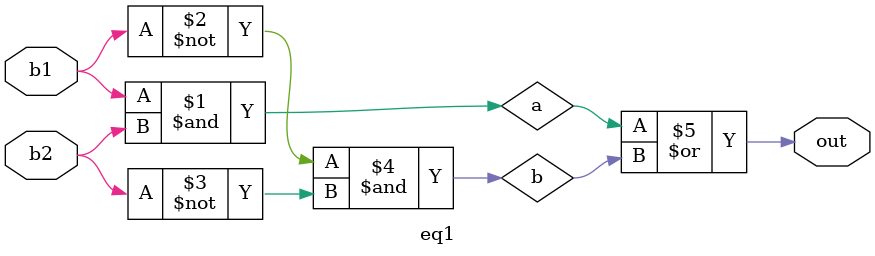
<source format=v>
`timescale 1ns / 1ps
module eq1(
	input wire b1,
	input wire b2,
	output wire out
);

assign a = b1 & b2;
assign b = ~b1 & ~ b2;

assign out = a | b;

endmodule
</source>
